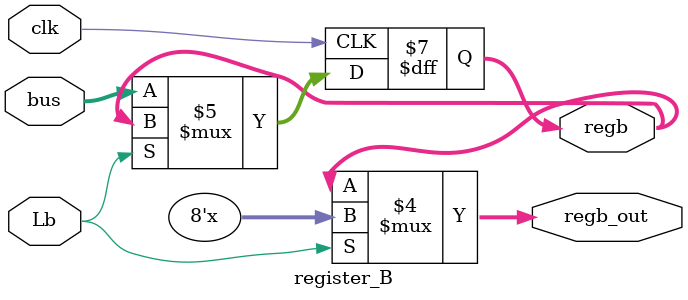
<source format=v>
module register_B(input [7:0] bus , input clk , input Lb , output [7:0] regb_out  , output reg [7:0] regb);

always @(posedge clk)
begin 
if(~Lb)
regb<=bus ;
end

assign regb_out = (~Lb)? regb : 8'bz;

endmodule

</source>
